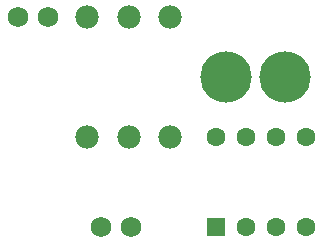
<source format=gts>
G04 Layer: TopSolderMaskLayer*
G04 EasyEDA Pro v2.2.45.4, 2025-12-09 09:51:21*
G04 Gerber Generator version 0.3*
G04 Scale: 100 percent, Rotated: No, Reflected: No*
G04 Dimensions in millimeters*
G04 Leading zeros omitted, absolute positions, 4 integers and 5 decimals*
G04 Generated by one-click*
%FSLAX45Y45*%
%MOMM*%
%AMRoundRect*1,1,$1,$2,$3*1,1,$1,$4,$5*1,1,$1,0-$2,0-$3*1,1,$1,0-$4,0-$5*20,1,$1,$2,$3,$4,$5,0*20,1,$1,$4,$5,0-$2,0-$3,0*20,1,$1,0-$2,0-$3,0-$4,0-$5,0*20,1,$1,0-$4,0-$5,$2,$3,0*4,1,4,$2,$3,$4,$5,0-$2,0-$3,0-$4,0-$5,$2,$3,0*%
%ADD10C,1.7272*%
%ADD11C,4.3516*%
%ADD12C,1.7526*%
%ADD13C,1.9812*%
%ADD14RoundRect,0.09554X-0.75303X0.75303X0.75303X0.75303*%
%ADD15C,1.6044*%
%ADD16C,1.6016*%
G75*


G04 Pad Start*
G54D10*
G01X-368300Y1270000D03*
G01X-622300Y1270000D03*
G54D11*
G01X435813Y2540000D03*
G01X935812Y2540000D03*
G54D12*
G01X-1066800Y3048000D03*
G01X-1320800Y3048000D03*
G54D13*
G01X-38100Y3048000D03*
G01X-38100Y2032000D03*
G01X-381000Y2032000D03*
G01X-381000Y3048000D03*
G01X-736600Y3048000D03*
G01X-736600Y2032000D03*
G54D14*
G01X355600Y1270000D03*
G54D16*
G01X609600Y1270000D03*
G01X863600Y1270000D03*
G01X1117600Y1270000D03*
G01X355600Y2032000D03*
G01X609600Y2032000D03*
G01X863600Y2032000D03*
G01X1117600Y2032000D03*
G04 Pad End*

M02*


</source>
